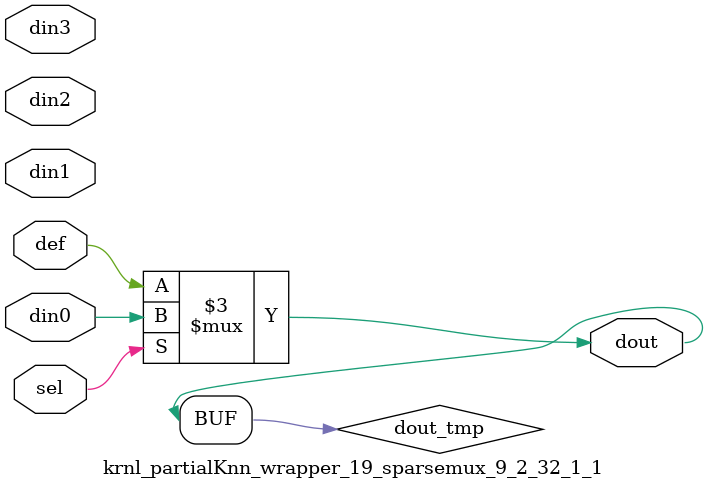
<source format=v>
`timescale 1ns / 1ps

module krnl_partialKnn_wrapper_19_sparsemux_9_2_32_1_1 (din0,din1,din2,din3,def,sel,dout);

parameter din0_WIDTH = 1;

parameter din1_WIDTH = 1;

parameter din2_WIDTH = 1;

parameter din3_WIDTH = 1;

parameter def_WIDTH = 1;
parameter sel_WIDTH = 1;
parameter dout_WIDTH = 1;

parameter [sel_WIDTH-1:0] CASE0 = 1;

parameter [sel_WIDTH-1:0] CASE1 = 1;

parameter [sel_WIDTH-1:0] CASE2 = 1;

parameter [sel_WIDTH-1:0] CASE3 = 1;

parameter ID = 1;
parameter NUM_STAGE = 1;



input [din0_WIDTH-1:0] din0;

input [din1_WIDTH-1:0] din1;

input [din2_WIDTH-1:0] din2;

input [din3_WIDTH-1:0] din3;

input [def_WIDTH-1:0] def;
input [sel_WIDTH-1:0] sel;

output [dout_WIDTH-1:0] dout;



reg [dout_WIDTH-1:0] dout_tmp;

always @ (*) begin
case (sel)
    
    CASE0 : dout_tmp = din0;
    
    CASE1 : dout_tmp = din1;
    
    CASE2 : dout_tmp = din2;
    
    CASE3 : dout_tmp = din3;
    
    default : dout_tmp = def;
endcase
end


assign dout = dout_tmp;



endmodule

</source>
